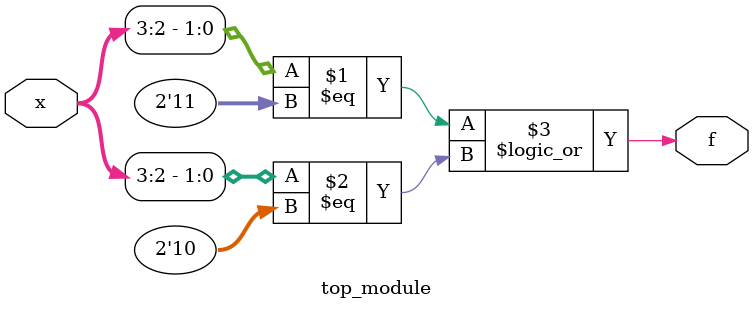
<source format=sv>
module top_module (
	input [4:1] x,
	output logic f
);

  // Define the truth table for f
  //  00 | 1
  //  01 | 0
  //  11 | 1
  //  10 | 1
  assign f = (x[3:2] == 2'b11) || (x[3:2] == 2'b10);

endmodule

</source>
